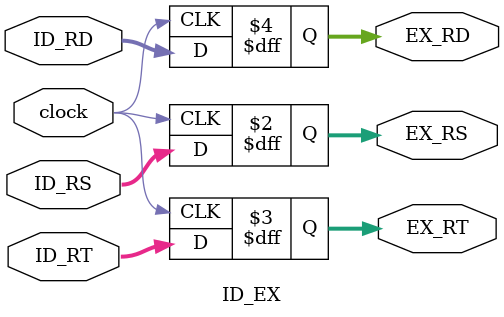
<source format=v>

module ID_EX(
	input wire [31:0] ID_RS,
	input wire [31:0] ID_RT,
	input wire [4:0] ID_RD,
	input wire clock,
	output reg [31:0] EX_RS,
	output reg [31:0] EX_RT,
	output reg [4:0] EX_RD);
	
	
	// write on the positive edge of the clock
	always @(posedge clock) begin
		EX_RS <= ID_RS;
		EX_RT <= ID_RT;
		EX_RD <= ID_RD;
	end
	
endmodule

</source>
